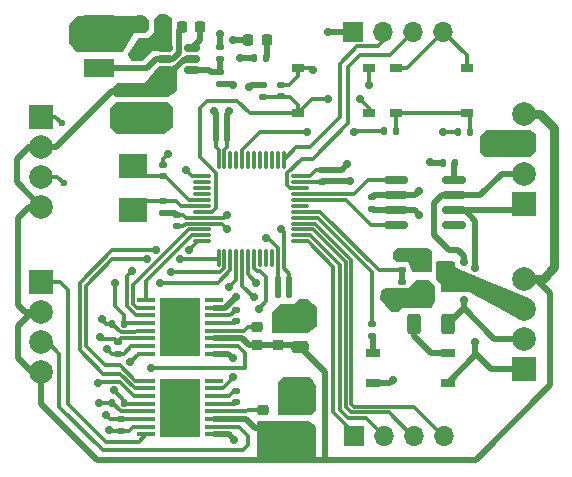
<source format=gtl>
%TF.GenerationSoftware,KiCad,Pcbnew,8.0.3-8.0.3-0~ubuntu22.04.1*%
%TF.CreationDate,2024-06-18T13:07:19+03:00*%
%TF.ProjectId,DoserDriver,446f7365-7244-4726-9976-65722e6b6963,rev?*%
%TF.SameCoordinates,Original*%
%TF.FileFunction,Copper,L1,Top*%
%TF.FilePolarity,Positive*%
%FSLAX46Y46*%
G04 Gerber Fmt 4.6, Leading zero omitted, Abs format (unit mm)*
G04 Created by KiCad (PCBNEW 8.0.3-8.0.3-0~ubuntu22.04.1) date 2024-06-18 13:07:19*
%MOMM*%
%LPD*%
G01*
G04 APERTURE LIST*
G04 Aperture macros list*
%AMRoundRect*
0 Rectangle with rounded corners*
0 $1 Rounding radius*
0 $2 $3 $4 $5 $6 $7 $8 $9 X,Y pos of 4 corners*
0 Add a 4 corners polygon primitive as box body*
4,1,4,$2,$3,$4,$5,$6,$7,$8,$9,$2,$3,0*
0 Add four circle primitives for the rounded corners*
1,1,$1+$1,$2,$3*
1,1,$1+$1,$4,$5*
1,1,$1+$1,$6,$7*
1,1,$1+$1,$8,$9*
0 Add four rect primitives between the rounded corners*
20,1,$1+$1,$2,$3,$4,$5,0*
20,1,$1+$1,$4,$5,$6,$7,0*
20,1,$1+$1,$6,$7,$8,$9,0*
20,1,$1+$1,$8,$9,$2,$3,0*%
G04 Aperture macros list end*
%TA.AperFunction,SMDPad,CuDef*%
%ADD10RoundRect,0.250000X-0.312500X-0.625000X0.312500X-0.625000X0.312500X0.625000X-0.312500X0.625000X0*%
%TD*%
%TA.AperFunction,SMDPad,CuDef*%
%ADD11RoundRect,0.135000X0.185000X-0.135000X0.185000X0.135000X-0.185000X0.135000X-0.185000X-0.135000X0*%
%TD*%
%TA.AperFunction,SMDPad,CuDef*%
%ADD12RoundRect,0.140000X-0.170000X0.140000X-0.170000X-0.140000X0.170000X-0.140000X0.170000X0.140000X0*%
%TD*%
%TA.AperFunction,SMDPad,CuDef*%
%ADD13RoundRect,0.250000X0.475000X-0.250000X0.475000X0.250000X-0.475000X0.250000X-0.475000X-0.250000X0*%
%TD*%
%TA.AperFunction,SMDPad,CuDef*%
%ADD14RoundRect,0.135000X-0.135000X-0.185000X0.135000X-0.185000X0.135000X0.185000X-0.135000X0.185000X0*%
%TD*%
%TA.AperFunction,SMDPad,CuDef*%
%ADD15RoundRect,0.140000X-0.140000X-0.170000X0.140000X-0.170000X0.140000X0.170000X-0.140000X0.170000X0*%
%TD*%
%TA.AperFunction,SMDPad,CuDef*%
%ADD16RoundRect,0.135000X-0.185000X0.135000X-0.185000X-0.135000X0.185000X-0.135000X0.185000X0.135000X0*%
%TD*%
%TA.AperFunction,SMDPad,CuDef*%
%ADD17RoundRect,0.140000X0.170000X-0.140000X0.170000X0.140000X-0.170000X0.140000X-0.170000X-0.140000X0*%
%TD*%
%TA.AperFunction,SMDPad,CuDef*%
%ADD18RoundRect,0.250000X-0.250000X-0.475000X0.250000X-0.475000X0.250000X0.475000X-0.250000X0.475000X0*%
%TD*%
%TA.AperFunction,SMDPad,CuDef*%
%ADD19RoundRect,0.225000X0.250000X-0.225000X0.250000X0.225000X-0.250000X0.225000X-0.250000X-0.225000X0*%
%TD*%
%TA.AperFunction,SMDPad,CuDef*%
%ADD20RoundRect,0.225000X-0.250000X0.225000X-0.250000X-0.225000X0.250000X-0.225000X0.250000X0.225000X0*%
%TD*%
%TA.AperFunction,ComponentPad*%
%ADD21R,2.000000X2.000000*%
%TD*%
%TA.AperFunction,ComponentPad*%
%ADD22C,2.000000*%
%TD*%
%TA.AperFunction,SMDPad,CuDef*%
%ADD23R,1.200000X0.800000*%
%TD*%
%TA.AperFunction,SMDPad,CuDef*%
%ADD24RoundRect,0.140000X0.140000X0.170000X-0.140000X0.170000X-0.140000X-0.170000X0.140000X-0.170000X0*%
%TD*%
%TA.AperFunction,SMDPad,CuDef*%
%ADD25RoundRect,0.218750X0.218750X0.256250X-0.218750X0.256250X-0.218750X-0.256250X0.218750X-0.256250X0*%
%TD*%
%TA.AperFunction,SMDPad,CuDef*%
%ADD26RoundRect,0.150000X-0.512500X-0.150000X0.512500X-0.150000X0.512500X0.150000X-0.512500X0.150000X0*%
%TD*%
%TA.AperFunction,SMDPad,CuDef*%
%ADD27R,1.000000X0.750000*%
%TD*%
%TA.AperFunction,SMDPad,CuDef*%
%ADD28RoundRect,0.150000X-0.825000X-0.150000X0.825000X-0.150000X0.825000X0.150000X-0.825000X0.150000X0*%
%TD*%
%TA.AperFunction,SMDPad,CuDef*%
%ADD29RoundRect,0.100000X-0.687500X-0.100000X0.687500X-0.100000X0.687500X0.100000X-0.687500X0.100000X0*%
%TD*%
%TA.AperFunction,HeatsinkPad*%
%ADD30R,3.400000X5.000000*%
%TD*%
%TA.AperFunction,SMDPad,CuDef*%
%ADD31RoundRect,0.135000X0.135000X0.185000X-0.135000X0.185000X-0.135000X-0.185000X0.135000X-0.185000X0*%
%TD*%
%TA.AperFunction,ComponentPad*%
%ADD32R,1.700000X1.700000*%
%TD*%
%TA.AperFunction,ComponentPad*%
%ADD33O,1.700000X1.700000*%
%TD*%
%TA.AperFunction,SMDPad,CuDef*%
%ADD34RoundRect,0.075000X-0.662500X-0.075000X0.662500X-0.075000X0.662500X0.075000X-0.662500X0.075000X0*%
%TD*%
%TA.AperFunction,SMDPad,CuDef*%
%ADD35RoundRect,0.075000X-0.075000X-0.662500X0.075000X-0.662500X0.075000X0.662500X-0.075000X0.662500X0*%
%TD*%
%TA.AperFunction,SMDPad,CuDef*%
%ADD36R,2.500000X1.500000*%
%TD*%
%TA.AperFunction,SMDPad,CuDef*%
%ADD37RoundRect,0.225000X-0.225000X-0.250000X0.225000X-0.250000X0.225000X0.250000X-0.225000X0.250000X0*%
%TD*%
%TA.AperFunction,SMDPad,CuDef*%
%ADD38RoundRect,0.150000X-0.587500X-0.150000X0.587500X-0.150000X0.587500X0.150000X-0.587500X0.150000X0*%
%TD*%
%TA.AperFunction,SMDPad,CuDef*%
%ADD39R,2.400000X2.000000*%
%TD*%
%TA.AperFunction,ViaPad*%
%ADD40C,0.700000*%
%TD*%
%TA.AperFunction,ViaPad*%
%ADD41C,0.600000*%
%TD*%
%TA.AperFunction,Conductor*%
%ADD42C,0.300000*%
%TD*%
%TA.AperFunction,Conductor*%
%ADD43C,0.500000*%
%TD*%
%TA.AperFunction,Conductor*%
%ADD44C,0.800000*%
%TD*%
G04 APERTURE END LIST*
D10*
X84537500Y-57980000D03*
X87462500Y-57980000D03*
D11*
X71750000Y-38760000D03*
X71750000Y-37740000D03*
D12*
X73250000Y-37770000D03*
X73250000Y-38730000D03*
D13*
X74900000Y-59950000D03*
X74900000Y-58050000D03*
D14*
X58990000Y-64660000D03*
X60010000Y-64660000D03*
D15*
X67750000Y-42250000D03*
X68710000Y-42250000D03*
D16*
X68100000Y-34580000D03*
X68100000Y-35600000D03*
D17*
X81025000Y-48230000D03*
X81025000Y-47270000D03*
D18*
X61368750Y-32650000D03*
X63268750Y-32650000D03*
D19*
X71750000Y-66800000D03*
X71750000Y-65250000D03*
D11*
X83562500Y-53450000D03*
X83562500Y-52430000D03*
D20*
X61400000Y-38250000D03*
X61400000Y-39800000D03*
D13*
X75500000Y-66950000D03*
X75500000Y-65050000D03*
D17*
X63300000Y-45500000D03*
X63300000Y-44540000D03*
D12*
X78000000Y-44980000D03*
X78000000Y-45940000D03*
D21*
X93850000Y-47810000D03*
D22*
X93850000Y-45270000D03*
X93850000Y-42730000D03*
X93850000Y-40190000D03*
D12*
X76750000Y-45000000D03*
X76750000Y-45960000D03*
D19*
X71250000Y-59800000D03*
X71250000Y-58250000D03*
D16*
X59750000Y-66070000D03*
X59750000Y-67090000D03*
D19*
X73000000Y-59800000D03*
X73000000Y-58250000D03*
D23*
X81100000Y-60480000D03*
X81100000Y-63020000D03*
X87400000Y-63020000D03*
X87400000Y-60480000D03*
D14*
X70980000Y-35500000D03*
X72000000Y-35500000D03*
D21*
X93850000Y-61790000D03*
D22*
X93850000Y-59250000D03*
X93850000Y-56710000D03*
X93850000Y-54170000D03*
D24*
X74000000Y-54250000D03*
X73040000Y-54250000D03*
X74000000Y-55500000D03*
X73040000Y-55500000D03*
D25*
X72075000Y-34000000D03*
X70500000Y-34000000D03*
D21*
X53000000Y-54460000D03*
D22*
X53000000Y-57000000D03*
X53000000Y-59540000D03*
X53000000Y-62080000D03*
D20*
X59650000Y-38250000D03*
X59650000Y-39800000D03*
D26*
X63481250Y-34600000D03*
X63481250Y-35550000D03*
X63481250Y-36500000D03*
X65756250Y-36500000D03*
X65756250Y-35550000D03*
X65756250Y-34600000D03*
D14*
X58990000Y-58000000D03*
X60010000Y-58000000D03*
D27*
X80750000Y-40125000D03*
X74750000Y-40125000D03*
X80750000Y-36375000D03*
X74750000Y-36375000D03*
D17*
X69500000Y-64640000D03*
X69500000Y-63680000D03*
D28*
X83025000Y-45845000D03*
X83025000Y-47115000D03*
X83025000Y-48385000D03*
X83025000Y-49655000D03*
X87975000Y-49655000D03*
X87975000Y-48385000D03*
X87975000Y-47115000D03*
X87975000Y-45845000D03*
D20*
X63250000Y-38225000D03*
X63250000Y-39775000D03*
D29*
X61887500Y-62805000D03*
X61887500Y-63455000D03*
X61887500Y-64105000D03*
X61887500Y-64755000D03*
X61887500Y-65405000D03*
X61887500Y-66055000D03*
X61887500Y-66705000D03*
X61887500Y-67355000D03*
X67612500Y-67355000D03*
X67612500Y-66705000D03*
X67612500Y-66055000D03*
X67612500Y-65405000D03*
X67612500Y-64755000D03*
X67612500Y-64105000D03*
X67612500Y-63455000D03*
X67612500Y-62805000D03*
D30*
X64750000Y-65080000D03*
D17*
X69500000Y-57790000D03*
X69500000Y-56830000D03*
D31*
X89260000Y-41750000D03*
X88240000Y-41750000D03*
D12*
X63300000Y-47620000D03*
X63300000Y-48580000D03*
D29*
X61887500Y-55975000D03*
X61887500Y-56625000D03*
X61887500Y-57275000D03*
X61887500Y-57925000D03*
X61887500Y-58575000D03*
X61887500Y-59225000D03*
X61887500Y-59875000D03*
X61887500Y-60525000D03*
X67612500Y-60525000D03*
X67612500Y-59875000D03*
X67612500Y-59225000D03*
X67612500Y-58575000D03*
X67612500Y-57925000D03*
X67612500Y-57275000D03*
X67612500Y-56625000D03*
X67612500Y-55975000D03*
D30*
X64750000Y-58250000D03*
D32*
X79450000Y-67500000D03*
D33*
X81990000Y-67500000D03*
X84530000Y-67500000D03*
X87070000Y-67500000D03*
D17*
X64500000Y-49730000D03*
X64500000Y-48770000D03*
D34*
X66587500Y-45500000D03*
X66587500Y-46000000D03*
X66587500Y-46500000D03*
X66587500Y-47000000D03*
X66587500Y-47500000D03*
X66587500Y-48000000D03*
X66587500Y-48500000D03*
X66587500Y-49000000D03*
X66587500Y-49500000D03*
X66587500Y-50000000D03*
X66587500Y-50500000D03*
X66587500Y-51000000D03*
D35*
X68000000Y-52412500D03*
X68500000Y-52412500D03*
X69000000Y-52412500D03*
X69500000Y-52412500D03*
X70000000Y-52412500D03*
X70500000Y-52412500D03*
X71000000Y-52412500D03*
X71500000Y-52412500D03*
X72000000Y-52412500D03*
X72500000Y-52412500D03*
X73000000Y-52412500D03*
X73500000Y-52412500D03*
D34*
X74912500Y-51000000D03*
X74912500Y-50500000D03*
X74912500Y-50000000D03*
X74912500Y-49500000D03*
X74912500Y-49000000D03*
X74912500Y-48500000D03*
X74912500Y-48000000D03*
X74912500Y-47500000D03*
X74912500Y-47000000D03*
X74912500Y-46500000D03*
X74912500Y-46000000D03*
X74912500Y-45500000D03*
D35*
X73500000Y-44087500D03*
X73000000Y-44087500D03*
X72500000Y-44087500D03*
X72000000Y-44087500D03*
X71500000Y-44087500D03*
X71000000Y-44087500D03*
X70500000Y-44087500D03*
X70000000Y-44087500D03*
X69500000Y-44087500D03*
X69000000Y-44087500D03*
X68500000Y-44087500D03*
X68000000Y-44087500D03*
D19*
X73500000Y-66800000D03*
X73500000Y-65250000D03*
D36*
X57918750Y-36350000D03*
X57918750Y-32650000D03*
D21*
X53000000Y-40440000D03*
D22*
X53000000Y-42980000D03*
X53000000Y-45520000D03*
X53000000Y-48060000D03*
D31*
X83010000Y-41700000D03*
X81990000Y-41700000D03*
D14*
X86965000Y-44385000D03*
X87985000Y-44385000D03*
D27*
X83000000Y-36375000D03*
X89000000Y-36375000D03*
X83000000Y-40125000D03*
X89000000Y-40125000D03*
D15*
X67750000Y-41000000D03*
X68710000Y-41000000D03*
D37*
X64868750Y-32850000D03*
X66418750Y-32850000D03*
D16*
X59500000Y-59490000D03*
X59500000Y-60510000D03*
D38*
X85312500Y-53050000D03*
X85312500Y-54950000D03*
X87187500Y-54000000D03*
D32*
X79420000Y-33250000D03*
D33*
X81960000Y-33250000D03*
X84500000Y-33250000D03*
X87040000Y-33250000D03*
D16*
X68100000Y-36690000D03*
X68100000Y-37710000D03*
D11*
X81000000Y-59010000D03*
X81000000Y-57990000D03*
D16*
X83562500Y-54430000D03*
X83562500Y-55450000D03*
D39*
X60750000Y-44650000D03*
X60750000Y-48350000D03*
D40*
X59950000Y-41100000D03*
X82750000Y-62750000D03*
X61450000Y-41100000D03*
X82500000Y-55500000D03*
X76000000Y-36500000D03*
X74500000Y-63250000D03*
X77250000Y-33250000D03*
X68750000Y-48750000D03*
X92100000Y-42200000D03*
X87000000Y-41750000D03*
X73400000Y-57100000D03*
X69300000Y-67800000D03*
X73750000Y-64000000D03*
X69250000Y-62500000D03*
X69200000Y-60900000D03*
X85500000Y-56000000D03*
X75250000Y-56750000D03*
X91000000Y-43300000D03*
X61200000Y-35100000D03*
X62000000Y-34400000D03*
X69500000Y-55700000D03*
X58579949Y-60150000D03*
X69250000Y-37790000D03*
X62950000Y-41100000D03*
X85000000Y-46750000D03*
X69787500Y-35500000D03*
X58750000Y-67000000D03*
X84500000Y-56000000D03*
X79100000Y-45900000D03*
X91000000Y-42200000D03*
X85900000Y-44300000D03*
X80750000Y-37750000D03*
X75500000Y-63750000D03*
X72000000Y-50750000D03*
X63700000Y-43600000D03*
X83000000Y-56250000D03*
X68900000Y-40000000D03*
X92100000Y-43300000D03*
X58100000Y-57600000D03*
X56468750Y-34100000D03*
X68750000Y-50000000D03*
X69200000Y-34000000D03*
X57868750Y-34100000D03*
X78900000Y-44500000D03*
X73250000Y-50000000D03*
X67600000Y-40000000D03*
X85000000Y-48750000D03*
X59268750Y-34100000D03*
X70600000Y-37900000D03*
X65250000Y-45000000D03*
X68150000Y-33490000D03*
X57910000Y-64660000D03*
X60500000Y-61250000D03*
D41*
X54725000Y-41025000D03*
D40*
X88750000Y-56000000D03*
X88750000Y-52750000D03*
X89750000Y-59500000D03*
X89750000Y-53250000D03*
D41*
X54900000Y-46100000D03*
D40*
X62250000Y-61750000D03*
X80000000Y-39000000D03*
X77250000Y-39000000D03*
X63000000Y-54500000D03*
X59200000Y-54500000D03*
X71200000Y-54500000D03*
X58000000Y-59125000D03*
X70975000Y-55725000D03*
X59131715Y-63631716D03*
X58500000Y-65750000D03*
X71400000Y-56700000D03*
X63950000Y-53600000D03*
X60650000Y-53550000D03*
X64768415Y-52468415D03*
X61983578Y-52483578D03*
X57800000Y-63000000D03*
X68900000Y-54900000D03*
X79500000Y-41750000D03*
X75500000Y-41750000D03*
X62733578Y-51733578D03*
X65500000Y-51750000D03*
D42*
X68500000Y-49000000D02*
X66587500Y-49000000D01*
D43*
X64310000Y-48580000D02*
X64500000Y-48770000D01*
D42*
X68750000Y-42290000D02*
X68710000Y-42250000D01*
X68500000Y-44087500D02*
X68500000Y-43246880D01*
X74912500Y-46000000D02*
X76710000Y-46000000D01*
D43*
X82480000Y-63020000D02*
X82750000Y-62750000D01*
X67612500Y-60525000D02*
X68825000Y-60525000D01*
X68855000Y-67355000D02*
X69300000Y-67800000D01*
X79060000Y-45940000D02*
X79100000Y-45900000D01*
D42*
X60795000Y-66705000D02*
X60410000Y-67090000D01*
X61887500Y-59875000D02*
X60625000Y-59875000D01*
D43*
X68530588Y-56625000D02*
X67612500Y-56625000D01*
X59675000Y-39775000D02*
X59650000Y-39800000D01*
X70980000Y-35500000D02*
X69787500Y-35500000D01*
X63300000Y-48580000D02*
X64310000Y-48580000D01*
X81100000Y-63020000D02*
X82480000Y-63020000D01*
X68825000Y-60525000D02*
X69200000Y-60900000D01*
X69170000Y-37710000D02*
X69250000Y-37790000D01*
D42*
X73000000Y-52412500D02*
X73000000Y-54210000D01*
D43*
X78000000Y-45940000D02*
X76770000Y-45940000D01*
D42*
X73000000Y-51571880D02*
X73000000Y-52412500D01*
D43*
X73040000Y-55500000D02*
X73040000Y-54250000D01*
D42*
X65000000Y-48750000D02*
X64980000Y-48770000D01*
X69250000Y-62604999D02*
X69250000Y-62500000D01*
X76710000Y-46000000D02*
X76750000Y-45960000D01*
X72000000Y-50750000D02*
X72178120Y-50750000D01*
D43*
X68710000Y-41000000D02*
X68710000Y-42250000D01*
X86965000Y-44385000D02*
X85985000Y-44385000D01*
D42*
X58750000Y-67000000D02*
X58840000Y-67090000D01*
D43*
X84635000Y-47115000D02*
X85000000Y-46750000D01*
D42*
X63300000Y-44000000D02*
X63700000Y-43600000D01*
X68500000Y-43246880D02*
X68746880Y-43000000D01*
D43*
X67612500Y-67355000D02*
X68855000Y-67355000D01*
D42*
X74750000Y-36375000D02*
X74750000Y-37000000D01*
X59990000Y-60510000D02*
X59500000Y-60510000D01*
X68750000Y-48750000D02*
X68500000Y-49000000D01*
X60410000Y-67090000D02*
X59750000Y-67090000D01*
D43*
X78000000Y-45940000D02*
X79060000Y-45940000D01*
D42*
X60625000Y-59875000D02*
X59990000Y-60510000D01*
X72178120Y-50750000D02*
X73000000Y-51571880D01*
X68399999Y-63455000D02*
X69250000Y-62604999D01*
D43*
X81180000Y-47115000D02*
X81025000Y-47270000D01*
D42*
X63300000Y-44540000D02*
X63300000Y-44000000D01*
X68746880Y-43000000D02*
X68750000Y-43000000D01*
X73000000Y-54210000D02*
X73040000Y-54250000D01*
X64980000Y-48770000D02*
X64500000Y-48770000D01*
D43*
X85985000Y-44385000D02*
X85900000Y-44300000D01*
X83025000Y-47115000D02*
X84635000Y-47115000D01*
D42*
X58840000Y-67090000D02*
X59750000Y-67090000D01*
D43*
X68100000Y-37710000D02*
X69170000Y-37710000D01*
D42*
X75875000Y-36375000D02*
X76000000Y-36500000D01*
X67612500Y-63455000D02*
X68399999Y-63455000D01*
X61887500Y-66705000D02*
X60795000Y-66705000D01*
D43*
X68710000Y-40190000D02*
X68900000Y-40000000D01*
D42*
X74750000Y-37000000D02*
X73980000Y-37770000D01*
X80750000Y-36375000D02*
X80750000Y-37750000D01*
X66587500Y-49000000D02*
X65250000Y-49000000D01*
D43*
X69455588Y-55700000D02*
X68530588Y-56625000D01*
D42*
X68750000Y-43000000D02*
X68750000Y-42290000D01*
D43*
X83025000Y-47115000D02*
X81180000Y-47115000D01*
D42*
X58939949Y-60510000D02*
X59500000Y-60510000D01*
D43*
X68710000Y-41000000D02*
X68710000Y-40190000D01*
D42*
X58579949Y-60150000D02*
X58939949Y-60510000D01*
X74750000Y-36375000D02*
X75875000Y-36375000D01*
X88240000Y-41750000D02*
X87000000Y-41750000D01*
D43*
X63481250Y-32862500D02*
X63268750Y-32650000D01*
D42*
X73980000Y-37770000D02*
X73250000Y-37770000D01*
D43*
X76770000Y-45940000D02*
X76750000Y-45960000D01*
D42*
X65250000Y-49000000D02*
X65000000Y-48750000D01*
D43*
X79420000Y-33250000D02*
X77250000Y-33250000D01*
X69500000Y-55700000D02*
X69455588Y-55700000D01*
X51880000Y-42980000D02*
X53000000Y-42980000D01*
X69975000Y-59225000D02*
X70550000Y-59800000D01*
X53000000Y-62080000D02*
X52180000Y-62080000D01*
X51000000Y-49000000D02*
X51940000Y-48060000D01*
X53000000Y-48060000D02*
X50900000Y-45960000D01*
X51000000Y-56414213D02*
X51000000Y-49000000D01*
X71250000Y-59800000D02*
X74750000Y-59800000D01*
X50900000Y-44000000D02*
X51920000Y-42980000D01*
X77000000Y-62050000D02*
X77000000Y-69500000D01*
X65756250Y-35550000D02*
X65133699Y-35550000D01*
X53000000Y-57000000D02*
X51585787Y-57000000D01*
D44*
X93850000Y-40190000D02*
X95190000Y-40190000D01*
D43*
X93850000Y-54170000D02*
X94870000Y-54170000D01*
X73500000Y-69500000D02*
X71750000Y-69500000D01*
X96100000Y-63200000D02*
X89800000Y-69500000D01*
D44*
X52750000Y-57000000D02*
X53000000Y-57000000D01*
X96400000Y-41400000D02*
X96400000Y-53200000D01*
D43*
X54220000Y-42980000D02*
X58950000Y-38250000D01*
X52200000Y-57000000D02*
X53000000Y-57000000D01*
X67612500Y-59225000D02*
X69975000Y-59225000D01*
X50900000Y-45960000D02*
X50900000Y-44000000D01*
X75350000Y-66800000D02*
X75500000Y-66950000D01*
X51920000Y-42980000D02*
X53000000Y-42980000D01*
X52180000Y-62080000D02*
X51000000Y-60900000D01*
X74750000Y-59800000D02*
X74900000Y-59950000D01*
D44*
X96400000Y-53200000D02*
X95430000Y-54170000D01*
D43*
X65133699Y-35550000D02*
X64183699Y-36500000D01*
X58950000Y-38250000D02*
X59650000Y-38250000D01*
X71050000Y-66800000D02*
X71750000Y-66800000D01*
X67612500Y-66055000D02*
X70305000Y-66055000D01*
D44*
X95190000Y-40190000D02*
X96400000Y-41400000D01*
D43*
X51940000Y-48060000D02*
X53000000Y-48060000D01*
X51000000Y-60900000D02*
X51000000Y-58200000D01*
X51585787Y-57000000D02*
X51000000Y-56414213D01*
D44*
X95430000Y-54170000D02*
X93850000Y-54170000D01*
D43*
X89800000Y-69500000D02*
X77000000Y-69500000D01*
X96100000Y-55400000D02*
X96100000Y-63200000D01*
X74900000Y-59950000D02*
X77000000Y-62050000D01*
X53000000Y-42980000D02*
X54220000Y-42980000D01*
X63462500Y-38012500D02*
X63250000Y-38225000D01*
X75250000Y-69500000D02*
X73500000Y-69500000D01*
X70550000Y-59800000D02*
X71250000Y-59800000D01*
X53000000Y-64750000D02*
X53000000Y-62080000D01*
X64183699Y-36500000D02*
X63481250Y-36500000D01*
X71750000Y-69500000D02*
X57750000Y-69500000D01*
X51000000Y-58200000D02*
X52200000Y-57000000D01*
X77000000Y-69500000D02*
X75250000Y-69500000D01*
X57750000Y-69500000D02*
X53000000Y-64750000D01*
X94870000Y-54170000D02*
X96100000Y-55400000D01*
X70305000Y-66055000D02*
X71050000Y-66800000D01*
X63225000Y-38250000D02*
X63250000Y-38225000D01*
X76770000Y-44980000D02*
X76750000Y-45000000D01*
D42*
X74000000Y-53750000D02*
X74000000Y-54250000D01*
X65000000Y-49750000D02*
X64980000Y-49730000D01*
X76250000Y-45000000D02*
X76750000Y-45000000D01*
X73500000Y-52412500D02*
X73500000Y-53250000D01*
X68250000Y-49500000D02*
X66587500Y-49500000D01*
X60950001Y-58725000D02*
X59715000Y-58725000D01*
X66587500Y-45500000D02*
X65750000Y-45500000D01*
X73500000Y-53250000D02*
X74000000Y-53750000D01*
X59735000Y-65405000D02*
X58990000Y-64660000D01*
D43*
X83025000Y-48385000D02*
X84635000Y-48385000D01*
D42*
X73500000Y-50250000D02*
X73250000Y-50000000D01*
X58500000Y-58000000D02*
X58100000Y-57600000D01*
X59715000Y-58725000D02*
X58990000Y-58000000D01*
X61887500Y-65405000D02*
X59735000Y-65405000D01*
X89000000Y-35210000D02*
X87040000Y-33250000D01*
D43*
X78420000Y-44980000D02*
X78900000Y-44500000D01*
X71750000Y-37740000D02*
X70760000Y-37740000D01*
X68100000Y-34580000D02*
X68100000Y-33540000D01*
D42*
X73500000Y-52412500D02*
X73500000Y-50250000D01*
X75750000Y-45500000D02*
X76250000Y-45000000D01*
X68750000Y-50000000D02*
X68250000Y-49500000D01*
X67750000Y-43000000D02*
X67750000Y-42250000D01*
D43*
X74000000Y-55500000D02*
X74000000Y-54250000D01*
D42*
X65750000Y-45500000D02*
X65250000Y-45000000D01*
D43*
X67750000Y-40150000D02*
X67600000Y-40000000D01*
X78000000Y-44980000D02*
X76770000Y-44980000D01*
D42*
X64980000Y-49730000D02*
X64500000Y-49730000D01*
D43*
X67750000Y-41000000D02*
X67750000Y-42250000D01*
X68100000Y-33540000D02*
X68150000Y-33490000D01*
X83025000Y-48385000D02*
X81180000Y-48385000D01*
D42*
X83000000Y-36375000D02*
X83915000Y-36375000D01*
X66587500Y-49500000D02*
X65250000Y-49500000D01*
X83915000Y-36375000D02*
X87040000Y-33250000D01*
X65250000Y-49500000D02*
X65000000Y-49750000D01*
D43*
X67750000Y-41000000D02*
X67750000Y-40150000D01*
D42*
X57910000Y-64660000D02*
X58990000Y-64660000D01*
D43*
X70500000Y-34000000D02*
X69200000Y-34000000D01*
D42*
X74912500Y-45500000D02*
X75750000Y-45500000D01*
D43*
X84635000Y-48385000D02*
X85000000Y-48750000D01*
X81180000Y-48385000D02*
X81025000Y-48230000D01*
X70760000Y-37740000D02*
X70600000Y-37900000D01*
D42*
X61887500Y-58575000D02*
X61100001Y-58575000D01*
X58990000Y-58000000D02*
X58500000Y-58000000D01*
X68000000Y-44087500D02*
X68000000Y-43250000D01*
X68000000Y-43250000D02*
X67750000Y-43000000D01*
X89000000Y-36375000D02*
X89000000Y-35210000D01*
D43*
X78000000Y-44980000D02*
X78420000Y-44980000D01*
D42*
X61100001Y-58575000D02*
X60950001Y-58725000D01*
X61600000Y-45500000D02*
X60750000Y-44650000D01*
X66587500Y-47500000D02*
X65507106Y-47500000D01*
X63300000Y-45500000D02*
X61600000Y-45500000D01*
X63507106Y-45500000D02*
X63300000Y-45500000D01*
X65507106Y-47500000D02*
X63507106Y-45500000D01*
X64800000Y-48000000D02*
X64420000Y-47620000D01*
X63300000Y-47620000D02*
X61480000Y-47620000D01*
X66587500Y-48000000D02*
X64800000Y-48000000D01*
X61480000Y-47620000D02*
X60750000Y-48350000D01*
X64420000Y-47620000D02*
X63300000Y-47620000D01*
D43*
X61918750Y-36350000D02*
X57918750Y-36350000D01*
X64143749Y-35550000D02*
X63481250Y-35550000D01*
X62718750Y-35550000D02*
X61918750Y-36350000D01*
X64643750Y-33075000D02*
X64643750Y-35049999D01*
X64868750Y-32850000D02*
X64643750Y-33075000D01*
X63481250Y-35550000D02*
X62718750Y-35550000D01*
X64643750Y-35049999D02*
X64143749Y-35550000D01*
X66418750Y-33937500D02*
X66418750Y-32850000D01*
X65756250Y-34600000D02*
X66418750Y-33937500D01*
D42*
X68895000Y-64105000D02*
X69320000Y-63680000D01*
X67612500Y-64105000D02*
X68895000Y-64105000D01*
X69320000Y-63680000D02*
X69500000Y-63680000D01*
X69385000Y-64755000D02*
X69500000Y-64640000D01*
X67612500Y-64755000D02*
X69385000Y-64755000D01*
X70500000Y-65250000D02*
X71750000Y-65250000D01*
X67612500Y-65405000D02*
X70345000Y-65405000D01*
X70345000Y-65405000D02*
X70500000Y-65250000D01*
X78250000Y-36000000D02*
X79750000Y-34500000D01*
X81500000Y-34500000D02*
X81960000Y-34040000D01*
X75750000Y-43000000D02*
X78250000Y-40500000D01*
X81960000Y-34040000D02*
X81960000Y-33250000D01*
X79750000Y-34500000D02*
X81500000Y-34500000D01*
X73500000Y-44087500D02*
X74587500Y-43000000D01*
X74587500Y-43000000D02*
X75750000Y-43000000D01*
X78250000Y-40500000D02*
X78250000Y-36000000D01*
X80000000Y-35250000D02*
X82500000Y-35250000D01*
X74912500Y-46500000D02*
X74071880Y-46500000D01*
X76000000Y-44000000D02*
X79000000Y-41000000D01*
X79000000Y-41000000D02*
X79000000Y-36250000D01*
X82500000Y-35250000D02*
X84500000Y-33250000D01*
X73825000Y-45210940D02*
X75035940Y-44000000D01*
X79000000Y-36250000D02*
X80000000Y-35250000D01*
X74071880Y-46500000D02*
X73825000Y-46253120D01*
X73825000Y-46253120D02*
X73825000Y-45210940D01*
X75035940Y-44000000D02*
X76000000Y-44000000D01*
X54725000Y-41025000D02*
X54140000Y-40440000D01*
X60500000Y-61250000D02*
X61225000Y-60525000D01*
X61225000Y-60525000D02*
X61887500Y-60525000D01*
X54140000Y-40440000D02*
X53000000Y-40440000D01*
D43*
X93330000Y-58730000D02*
X93850000Y-59250000D01*
X88750000Y-56692500D02*
X87462500Y-57980000D01*
X88250000Y-51750000D02*
X88750000Y-52250000D01*
X88750000Y-52250000D02*
X88750000Y-52750000D01*
X86885000Y-47115000D02*
X86250000Y-47750000D01*
X87975000Y-47115000D02*
X86885000Y-47115000D01*
X87975000Y-47115000D02*
X90135000Y-47115000D01*
X87250000Y-51500000D02*
X87500000Y-51750000D01*
X88750000Y-56000000D02*
X88750000Y-56692500D01*
X88750000Y-56692500D02*
X91307500Y-59250000D01*
X86250000Y-47750000D02*
X86250000Y-50500000D01*
X87500000Y-51750000D02*
X88250000Y-51750000D01*
X86250000Y-50500000D02*
X87250000Y-51500000D01*
X90135000Y-47115000D02*
X91980000Y-45270000D01*
X91307500Y-59250000D02*
X93850000Y-59250000D01*
X91980000Y-45270000D02*
X93850000Y-45270000D01*
X89750000Y-60500000D02*
X89750000Y-60670000D01*
X89750000Y-60670000D02*
X87400000Y-63020000D01*
X89750000Y-59500000D02*
X89750000Y-60500000D01*
X93810000Y-61750000D02*
X93850000Y-61790000D01*
X89750000Y-49250000D02*
X89750000Y-53250000D01*
X93275000Y-48385000D02*
X93850000Y-47810000D01*
X91040000Y-61790000D02*
X93850000Y-61790000D01*
X88885000Y-48385000D02*
X89750000Y-49250000D01*
X87975000Y-48385000D02*
X88885000Y-48385000D01*
X89750000Y-60500000D02*
X91040000Y-61790000D01*
X87975000Y-48385000D02*
X93275000Y-48385000D01*
D42*
X53020000Y-45500000D02*
X53000000Y-45520000D01*
X54900000Y-46100000D02*
X54320000Y-45520000D01*
X70250000Y-60500000D02*
X69625000Y-59875000D01*
X70250000Y-61750000D02*
X70250000Y-60500000D01*
X62250000Y-61750000D02*
X70250000Y-61750000D01*
X53000000Y-45739950D02*
X53000000Y-45520000D01*
X69625000Y-59875000D02*
X67612500Y-59875000D01*
X54320000Y-45520000D02*
X53000000Y-45520000D01*
X55250000Y-64750000D02*
X55250000Y-55150000D01*
X58500000Y-68000000D02*
X55250000Y-64750000D01*
X61242500Y-68000000D02*
X58500000Y-68000000D01*
X55250000Y-55150000D02*
X54560000Y-54460000D01*
X54560000Y-54460000D02*
X53000000Y-54460000D01*
X61887500Y-67355000D02*
X61242500Y-68000000D01*
X70500000Y-67500000D02*
X70500000Y-68250000D01*
X70050000Y-68700000D02*
X58200000Y-68700000D01*
X58200000Y-68700000D02*
X54530025Y-65030025D01*
X69705000Y-66705000D02*
X70500000Y-67500000D01*
X67612500Y-66705000D02*
X69705000Y-66705000D01*
X54530025Y-60530025D02*
X53540000Y-59540000D01*
X53540000Y-59540000D02*
X53000000Y-59540000D01*
X70500000Y-68250000D02*
X70050000Y-68700000D01*
X54530025Y-65030025D02*
X54530025Y-60530025D01*
X74750000Y-40125000D02*
X74750000Y-39500000D01*
X67750000Y-48178120D02*
X67750000Y-45250000D01*
X66587500Y-48500000D02*
X67428120Y-48500000D01*
X80750000Y-40125000D02*
X80750000Y-39750000D01*
X67000000Y-39100000D02*
X69600000Y-39100000D01*
X69600000Y-39100000D02*
X70625000Y-40125000D01*
X77250000Y-39000000D02*
X75875000Y-39000000D01*
X74010000Y-38760000D02*
X71750000Y-38760000D01*
X75875000Y-39000000D02*
X74750000Y-40125000D01*
X66400000Y-39700000D02*
X67000000Y-39100000D01*
X74750000Y-39500000D02*
X74010000Y-38760000D01*
X70625000Y-40125000D02*
X74750000Y-40125000D01*
X80750000Y-39750000D02*
X80000000Y-39000000D01*
X66400000Y-43900000D02*
X66400000Y-39700000D01*
X67428120Y-48500000D02*
X67750000Y-48178120D01*
X67750000Y-45250000D02*
X66400000Y-43900000D01*
D43*
X81100000Y-59110000D02*
X81000000Y-59010000D01*
X81100000Y-60480000D02*
X81100000Y-59110000D01*
D42*
X67612500Y-57925000D02*
X69365000Y-57925000D01*
X69365000Y-57925000D02*
X69500000Y-57790000D01*
D43*
X84537500Y-57980000D02*
X84537500Y-59037500D01*
X84537500Y-59037500D02*
X85980000Y-60480000D01*
X85980000Y-60480000D02*
X87400000Y-60480000D01*
D42*
X76407106Y-49000000D02*
X81000000Y-53592894D01*
X81000000Y-53592894D02*
X81000000Y-57990000D01*
X74912500Y-49000000D02*
X76407106Y-49000000D01*
X69000000Y-53460227D02*
X69000000Y-52412500D01*
X60085000Y-57925000D02*
X60010000Y-58000000D01*
X63000000Y-54500000D02*
X67960227Y-54500000D01*
X59200000Y-56450000D02*
X60010000Y-57260000D01*
X60010000Y-57260000D02*
X60010000Y-58000000D01*
X67960227Y-54500000D02*
X69000000Y-53460227D01*
X61887500Y-57925000D02*
X60085000Y-57925000D01*
X59200000Y-54500000D02*
X59200000Y-56450000D01*
X61887500Y-59225000D02*
X59765000Y-59225000D01*
X59765000Y-59225000D02*
X59500000Y-59490000D01*
X59500000Y-59490000D02*
X59260000Y-59250000D01*
X70500000Y-53800000D02*
X70500000Y-52412500D01*
X58125000Y-59250000D02*
X58000000Y-59125000D01*
X59260000Y-59250000D02*
X58125000Y-59250000D01*
X71200000Y-54500000D02*
X70500000Y-53800000D01*
X70975000Y-55725000D02*
X70000000Y-54750000D01*
X59131716Y-63631716D02*
X60010000Y-64510000D01*
X59131715Y-63631716D02*
X59131716Y-63631716D01*
X60010000Y-64510000D02*
X60010000Y-64660000D01*
X61887500Y-64755000D02*
X60105000Y-64755000D01*
X60105000Y-64755000D02*
X60010000Y-64660000D01*
X70000000Y-54750000D02*
X70000000Y-52412500D01*
X71400000Y-56700000D02*
X72000000Y-56100000D01*
X71246880Y-53500000D02*
X71000000Y-53253120D01*
X72000000Y-56100000D02*
X72000000Y-54000000D01*
X72000000Y-54000000D02*
X71500000Y-53500000D01*
X59765000Y-66055000D02*
X59750000Y-66070000D01*
X71500000Y-53500000D02*
X71246880Y-53500000D01*
X61887500Y-66055000D02*
X59765000Y-66055000D01*
X58500000Y-65750000D02*
X58820000Y-66070000D01*
X71000000Y-53253120D02*
X71000000Y-52412500D01*
X58820000Y-66070000D02*
X59750000Y-66070000D01*
X76614212Y-48500000D02*
X81564212Y-53450000D01*
D43*
X83562500Y-54430000D02*
X83562500Y-53450000D01*
D42*
X74912500Y-48500000D02*
X76614212Y-48500000D01*
X81564212Y-53450000D02*
X83562500Y-53450000D01*
X61887500Y-54359380D02*
X61887500Y-55975000D01*
X65746880Y-50500000D02*
X61887500Y-54359380D01*
X66587500Y-50500000D02*
X65746880Y-50500000D01*
D43*
X87975000Y-45845000D02*
X87975000Y-44395000D01*
X87975000Y-44395000D02*
X87985000Y-44385000D01*
D42*
X83000000Y-40125000D02*
X89000000Y-40125000D01*
X83000000Y-41690000D02*
X83010000Y-41700000D01*
X89260000Y-41750000D02*
X89260000Y-40385000D01*
X89260000Y-40385000D02*
X89000000Y-40125000D01*
X83000000Y-40125000D02*
X83000000Y-41690000D01*
X63950000Y-53600000D02*
X68153120Y-53600000D01*
X61042894Y-57275000D02*
X61887500Y-57275000D01*
X68153120Y-53600000D02*
X68500000Y-53253120D01*
X60650000Y-53550000D02*
X60250000Y-53950000D01*
X60250000Y-53950000D02*
X60250000Y-56482106D01*
X60250000Y-56482106D02*
X61042894Y-57275000D01*
X68500000Y-53253120D02*
X68500000Y-52412500D01*
X64768415Y-52468415D02*
X64800000Y-52500000D01*
X61983578Y-52483578D02*
X59016422Y-52483578D01*
X56750000Y-54750000D02*
X56750000Y-59850000D01*
X59662938Y-61500000D02*
X60967938Y-62805000D01*
X67912500Y-52500000D02*
X68000000Y-52412500D01*
X58400000Y-61500000D02*
X59662938Y-61500000D01*
X56750000Y-59850000D02*
X58400000Y-61500000D01*
X59016422Y-52483578D02*
X56750000Y-54750000D01*
X60967938Y-62805000D02*
X61887500Y-62805000D01*
X64800000Y-52500000D02*
X67912500Y-52500000D01*
X80905000Y-49655000D02*
X83025000Y-49655000D01*
X74912500Y-47500000D02*
X78750000Y-47500000D01*
X78750000Y-47500000D02*
X80905000Y-49655000D01*
X60853726Y-64105000D02*
X61887500Y-64105000D01*
X57800000Y-63000000D02*
X57868284Y-62931716D01*
X69500000Y-54300000D02*
X69500000Y-52412500D01*
X68900000Y-54900000D02*
X69500000Y-54300000D01*
X59680442Y-62931716D02*
X60853726Y-64105000D01*
X57868284Y-62931716D02*
X59680442Y-62931716D01*
X79550000Y-41700000D02*
X79500000Y-41750000D01*
X70000000Y-43246880D02*
X70000000Y-44087500D01*
X75500000Y-41750000D02*
X71496880Y-41750000D01*
X81990000Y-41700000D02*
X79550000Y-41700000D01*
X71496880Y-41750000D02*
X70000000Y-43246880D01*
X65457106Y-50000000D02*
X60750000Y-54707106D01*
X66587500Y-50000000D02*
X65457106Y-50000000D01*
X61100001Y-56625000D02*
X61887500Y-56625000D01*
X60750000Y-56274999D02*
X61100001Y-56625000D01*
X60750000Y-54707106D02*
X60750000Y-56274999D01*
X77700000Y-65500000D02*
X79450000Y-67250000D01*
X75544454Y-51000000D02*
X77700000Y-53155546D01*
X77700000Y-53155546D02*
X77700000Y-65500000D01*
X74912500Y-51000000D02*
X75544454Y-51000000D01*
X79450000Y-67250000D02*
X79450000Y-67500000D01*
X79000000Y-66000000D02*
X80500000Y-66000000D01*
X75753120Y-50500000D02*
X76000000Y-50746880D01*
X81990000Y-67490000D02*
X81990000Y-67500000D01*
X80500000Y-66000000D02*
X81990000Y-67490000D01*
X78250000Y-65250000D02*
X79000000Y-66000000D01*
X76000000Y-50748440D02*
X78250000Y-52998440D01*
X78250000Y-52998440D02*
X78250000Y-65250000D01*
X74912500Y-50500000D02*
X75753120Y-50500000D01*
X76000000Y-50746880D02*
X76000000Y-50748440D01*
X74912500Y-47000000D02*
X79500000Y-47000000D01*
X80655000Y-45845000D02*
X83025000Y-45845000D01*
X79500000Y-47000000D02*
X80655000Y-45845000D01*
X66250000Y-51000000D02*
X66587500Y-51000000D01*
X56250000Y-54500000D02*
X56250000Y-60250000D01*
X65500000Y-51750000D02*
X66250000Y-51000000D01*
X62733578Y-51733578D02*
X59016422Y-51733578D01*
X58200000Y-62200000D02*
X59655832Y-62200000D01*
X59016422Y-51733578D02*
X56250000Y-54500000D01*
X56250000Y-60250000D02*
X58200000Y-62200000D01*
X60910832Y-63455000D02*
X61887500Y-63455000D01*
X59655832Y-62200000D02*
X60910832Y-63455000D01*
X84535000Y-65000000D02*
X87035000Y-67500000D01*
X79250000Y-52550000D02*
X79250000Y-64750000D01*
X79250000Y-64750000D02*
X79500000Y-65000000D01*
X76200000Y-49500000D02*
X79250000Y-52550000D01*
X74912500Y-49500000D02*
X76200000Y-49500000D01*
X87035000Y-67500000D02*
X87070000Y-67500000D01*
X79500000Y-65000000D02*
X84535000Y-65000000D01*
X75960226Y-50000000D02*
X78750000Y-52789774D01*
X78750000Y-52789774D02*
X78750000Y-65000000D01*
X78750000Y-65000000D02*
X79250000Y-65500000D01*
X84390000Y-67500000D02*
X84530000Y-67500000D01*
X79250000Y-65500000D02*
X82390000Y-65500000D01*
X82390000Y-65500000D02*
X84390000Y-67500000D01*
X74912500Y-50000000D02*
X75960226Y-50000000D01*
D43*
X72075000Y-34000000D02*
X72075000Y-35425000D01*
X72075000Y-35425000D02*
X72000000Y-35500000D01*
D42*
X69453154Y-56830000D02*
X69500000Y-56830000D01*
X69008154Y-57275000D02*
X69453154Y-56830000D01*
X67612500Y-57275000D02*
X69008154Y-57275000D01*
X70175000Y-58575000D02*
X70500000Y-58250000D01*
X70500000Y-58250000D02*
X71250000Y-58250000D01*
X67612500Y-58575000D02*
X70175000Y-58575000D01*
D43*
X67390000Y-36690000D02*
X68100000Y-36690000D01*
X68100000Y-36690000D02*
X68100000Y-35600000D01*
X67200000Y-36500000D02*
X67390000Y-36690000D01*
X65756250Y-36500000D02*
X67200000Y-36500000D01*
%TA.AperFunction,Conductor*%
G36*
X63665677Y-39219685D02*
G01*
X63686319Y-39236319D01*
X64113681Y-39663681D01*
X64147166Y-39725004D01*
X64150000Y-39751362D01*
X64150000Y-41336187D01*
X64130315Y-41403226D01*
X64098074Y-41437090D01*
X63482336Y-41876903D01*
X63416342Y-41899851D01*
X63410262Y-41900000D01*
X59401362Y-41900000D01*
X59334323Y-41880315D01*
X59313681Y-41863681D01*
X58886319Y-41436319D01*
X58852834Y-41374996D01*
X58850000Y-41348638D01*
X58850000Y-39751362D01*
X58869685Y-39684323D01*
X58886319Y-39663681D01*
X59313681Y-39236319D01*
X59375004Y-39202834D01*
X59401362Y-39200000D01*
X63598638Y-39200000D01*
X63665677Y-39219685D01*
G37*
%TD.AperFunction*%
%TA.AperFunction,Conductor*%
G36*
X85815677Y-51619685D02*
G01*
X85836319Y-51636319D01*
X86063681Y-51863681D01*
X86097166Y-51925004D01*
X86100000Y-51951362D01*
X86100000Y-53476000D01*
X86080315Y-53543039D01*
X86027511Y-53588794D01*
X85976000Y-53600000D01*
X84476636Y-53600000D01*
X84409597Y-53580315D01*
X84365727Y-53531454D01*
X84000001Y-52800001D01*
X84000000Y-52800000D01*
X83999999Y-52800000D01*
X83151362Y-52800000D01*
X83084323Y-52780315D01*
X83063681Y-52763681D01*
X82836319Y-52536319D01*
X82802834Y-52474996D01*
X82800000Y-52448638D01*
X82800000Y-51951362D01*
X82819685Y-51884323D01*
X82836319Y-51863681D01*
X83063681Y-51636319D01*
X83125004Y-51602834D01*
X83151362Y-51600000D01*
X85748638Y-51600000D01*
X85815677Y-51619685D01*
G37*
%TD.AperFunction*%
%TA.AperFunction,Conductor*%
G36*
X61784427Y-31919685D02*
G01*
X61805069Y-31936319D01*
X62032431Y-32163681D01*
X62065916Y-32225004D01*
X62068750Y-32251362D01*
X62068750Y-33048638D01*
X62049065Y-33115677D01*
X62032431Y-33136319D01*
X61805069Y-33363681D01*
X61743746Y-33397166D01*
X61717388Y-33400000D01*
X60868750Y-33400000D01*
X60868749Y-33400000D01*
X60868749Y-33400001D01*
X59905175Y-34941720D01*
X59852951Y-34988136D01*
X59800023Y-35000000D01*
X56025782Y-35000000D01*
X55958743Y-34980315D01*
X55931634Y-34956698D01*
X55398602Y-34334827D01*
X55369919Y-34271116D01*
X55368750Y-34254129D01*
X55368750Y-32656268D01*
X55388435Y-32589229D01*
X55411095Y-32562948D01*
X56127243Y-31936319D01*
X56133687Y-31930679D01*
X56197102Y-31901349D01*
X56215342Y-31900000D01*
X61717388Y-31900000D01*
X61784427Y-31919685D01*
G37*
%TD.AperFunction*%
%TA.AperFunction,Conductor*%
G36*
X94329495Y-41619685D02*
G01*
X94331239Y-41620826D01*
X94844784Y-41963189D01*
X94889644Y-42016753D01*
X94900000Y-42066362D01*
X94900000Y-43341921D01*
X94880315Y-43408960D01*
X94855383Y-43437180D01*
X94334489Y-43871259D01*
X94270386Y-43899055D01*
X94255106Y-43900000D01*
X90651362Y-43900000D01*
X90584323Y-43880315D01*
X90563681Y-43863681D01*
X90136319Y-43436319D01*
X90102834Y-43374996D01*
X90100000Y-43348638D01*
X90100000Y-42151362D01*
X90119685Y-42084323D01*
X90136319Y-42063681D01*
X90563681Y-41636319D01*
X90625004Y-41602834D01*
X90651362Y-41600000D01*
X94262456Y-41600000D01*
X94329495Y-41619685D01*
G37*
%TD.AperFunction*%
%TA.AperFunction,Conductor*%
G36*
X75765677Y-66269685D02*
G01*
X75786319Y-66286319D01*
X76213681Y-66713681D01*
X76247166Y-66775004D01*
X76250000Y-66801362D01*
X76250000Y-69626000D01*
X76230315Y-69693039D01*
X76177511Y-69738794D01*
X76126000Y-69750000D01*
X71374000Y-69750000D01*
X71306961Y-69730315D01*
X71261206Y-69677511D01*
X71250000Y-69626000D01*
X71250000Y-66374000D01*
X71269685Y-66306961D01*
X71322489Y-66261206D01*
X71374000Y-66250000D01*
X75698638Y-66250000D01*
X75765677Y-66269685D01*
G37*
%TD.AperFunction*%
%TA.AperFunction,Conductor*%
G36*
X87943039Y-52719685D02*
G01*
X87988794Y-52772489D01*
X88000000Y-52824000D01*
X88000000Y-53200000D01*
X89314759Y-53742599D01*
X89349671Y-53764398D01*
X89377760Y-53789283D01*
X89377762Y-53789284D01*
X89377766Y-53789287D01*
X89517634Y-53862696D01*
X89671014Y-53900500D01*
X89672785Y-53900500D01*
X89675583Y-53901054D01*
X89678460Y-53901404D01*
X89678433Y-53901619D01*
X89720089Y-53909878D01*
X94252574Y-55780427D01*
X94307035Y-55824197D01*
X94319732Y-55847357D01*
X94758275Y-56899861D01*
X94765889Y-56969314D01*
X94734744Y-57031859D01*
X94706293Y-57054662D01*
X93660434Y-57664746D01*
X93592608Y-57681522D01*
X93538576Y-57666496D01*
X92375075Y-57031859D01*
X89200000Y-55300000D01*
X89199999Y-55300000D01*
X86924000Y-55300000D01*
X86856961Y-55280315D01*
X86811206Y-55227511D01*
X86800000Y-55176000D01*
X86800000Y-54600000D01*
X86436319Y-54236319D01*
X86402834Y-54174996D01*
X86400000Y-54148638D01*
X86400000Y-53523121D01*
X86401262Y-53505474D01*
X86405500Y-53476000D01*
X86405500Y-52824000D01*
X86425185Y-52756961D01*
X86477989Y-52711206D01*
X86529500Y-52700000D01*
X87876000Y-52700000D01*
X87943039Y-52719685D01*
G37*
%TD.AperFunction*%
%TA.AperFunction,Conductor*%
G36*
X75525706Y-55919685D02*
G01*
X75533062Y-55924796D01*
X76033333Y-56300000D01*
X76250400Y-56462800D01*
X76292221Y-56518771D01*
X76300000Y-56562000D01*
X76300000Y-58181273D01*
X76280315Y-58248312D01*
X76241720Y-58286425D01*
X75615983Y-58677511D01*
X75530157Y-58731152D01*
X75464437Y-58750000D01*
X72624000Y-58750000D01*
X72556961Y-58730315D01*
X72511206Y-58677511D01*
X72500000Y-58626000D01*
X72500000Y-57051362D01*
X72519685Y-56984323D01*
X72536319Y-56963681D01*
X73163681Y-56336319D01*
X73225004Y-56302834D01*
X73251362Y-56300000D01*
X74400000Y-56300000D01*
X74866035Y-55927172D01*
X74930681Y-55900664D01*
X74943497Y-55900000D01*
X75458667Y-55900000D01*
X75525706Y-55919685D01*
G37*
%TD.AperFunction*%
%TA.AperFunction,Conductor*%
G36*
X75750676Y-62519685D02*
G01*
X75786811Y-62555217D01*
X76229174Y-63218761D01*
X76249982Y-63285460D01*
X76250000Y-63287544D01*
X76250000Y-65198638D01*
X76230315Y-65265677D01*
X76213681Y-65286319D01*
X75786319Y-65713681D01*
X75724996Y-65747166D01*
X75698638Y-65750000D01*
X73124000Y-65750000D01*
X73056961Y-65730315D01*
X73011206Y-65677511D01*
X73000000Y-65626000D01*
X73000000Y-63051362D01*
X73019685Y-62984323D01*
X73036319Y-62963681D01*
X73463681Y-62536319D01*
X73525004Y-62502834D01*
X73551362Y-62500000D01*
X75683637Y-62500000D01*
X75750676Y-62519685D01*
G37*
%TD.AperFunction*%
%TA.AperFunction,Conductor*%
G36*
X64065677Y-36219685D02*
G01*
X64086319Y-36236319D01*
X64413681Y-36563681D01*
X64447166Y-36625004D01*
X64450000Y-36651362D01*
X64450000Y-38231273D01*
X64430315Y-38298312D01*
X64391720Y-38336425D01*
X63708111Y-38763681D01*
X63680157Y-38781152D01*
X63614437Y-38800000D01*
X59401362Y-38800000D01*
X59334323Y-38780315D01*
X59313681Y-38763681D01*
X59086319Y-38536319D01*
X59052834Y-38474996D01*
X59050000Y-38448638D01*
X59050000Y-38041333D01*
X59069685Y-37974294D01*
X59074800Y-37966933D01*
X59312800Y-37649600D01*
X59368771Y-37607779D01*
X59412000Y-37600000D01*
X61749999Y-37600000D01*
X61750000Y-37600000D01*
X62912884Y-36243302D01*
X62971459Y-36205212D01*
X63007032Y-36200000D01*
X63998638Y-36200000D01*
X64065677Y-36219685D01*
G37*
%TD.AperFunction*%
%TA.AperFunction,Conductor*%
G36*
X85769100Y-54269685D02*
G01*
X85785470Y-54282245D01*
X86259412Y-54713102D01*
X86295775Y-54772761D01*
X86300000Y-54804853D01*
X86300000Y-55972765D01*
X86288587Y-56024728D01*
X86033248Y-56577963D01*
X85987282Y-56630583D01*
X85920661Y-56650000D01*
X83650000Y-56650000D01*
X83166997Y-56957366D01*
X83130464Y-56980614D01*
X83063891Y-57000000D01*
X82706498Y-57000000D01*
X82639459Y-56980315D01*
X82612927Y-56957366D01*
X81688350Y-55894102D01*
X81659214Y-55830597D01*
X81659608Y-55792351D01*
X81743467Y-55289196D01*
X81773905Y-55226304D01*
X81778079Y-55221920D01*
X81963681Y-55036319D01*
X82025004Y-55002834D01*
X82051362Y-55000000D01*
X83313911Y-55000000D01*
X83322146Y-55000385D01*
X83322147Y-55000365D01*
X83325032Y-55000499D01*
X83325043Y-55000500D01*
X83799956Y-55000499D01*
X83799962Y-55000499D01*
X83802847Y-55000364D01*
X83802847Y-55000384D01*
X83811078Y-55000000D01*
X84000000Y-55000000D01*
X84713681Y-54286319D01*
X84775004Y-54252834D01*
X84801362Y-54250000D01*
X85702061Y-54250000D01*
X85769100Y-54269685D01*
G37*
%TD.AperFunction*%
%TA.AperFunction,Conductor*%
G36*
X63629452Y-31817671D02*
G01*
X64039797Y-32063878D01*
X64087156Y-32115249D01*
X64100000Y-32170207D01*
X64100000Y-32961008D01*
X64095776Y-32993098D01*
X64093250Y-33002525D01*
X64093250Y-34555388D01*
X64073565Y-34622427D01*
X64056931Y-34643069D01*
X63836319Y-34863681D01*
X63774996Y-34897166D01*
X63748638Y-34900000D01*
X62399999Y-34900000D01*
X61636319Y-35663681D01*
X61574996Y-35697166D01*
X61548638Y-35700000D01*
X60670207Y-35700000D01*
X60603168Y-35680315D01*
X60563878Y-35639797D01*
X60339632Y-35266053D01*
X60322020Y-35198440D01*
X60341654Y-35135204D01*
X61163392Y-33856946D01*
X61216202Y-33811198D01*
X61267698Y-33800000D01*
X62100000Y-33800000D01*
X62500000Y-33300000D01*
X62500000Y-32251362D01*
X62519685Y-32184323D01*
X62536319Y-32163681D01*
X62863681Y-31836319D01*
X62925004Y-31802834D01*
X62951362Y-31800000D01*
X63565655Y-31800000D01*
X63629452Y-31817671D01*
G37*
%TD.AperFunction*%
M02*

</source>
